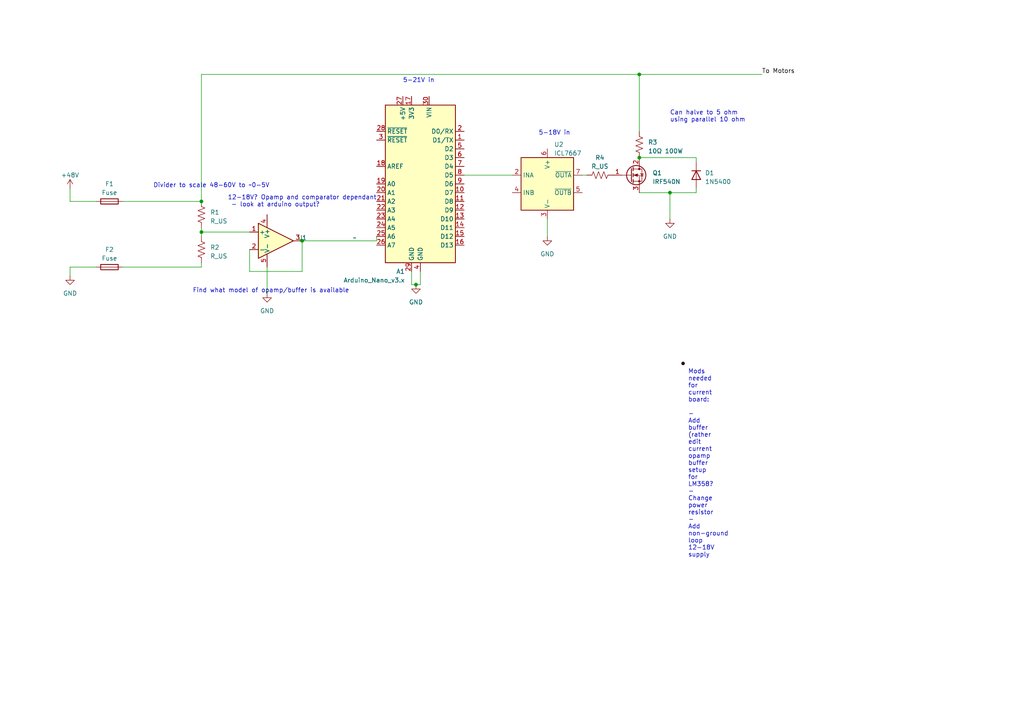
<source format=kicad_sch>
(kicad_sch (version 20230121) (generator eeschema)
  (paper "A4")
  (lib_symbols
    (symbol "Device:Fuse" (pin_numbers hide) (pin_names (offset 0))
      (property "Reference" "F" (at 2.032 0 90))
      (property "Value" "Fuse" (at -1.905 0 90))
      (symbol "Fuse_0_1"
        (rectangle (start -0.762 -2.54) (end 0.762 2.54) (stroke (width 0.254)))
        (polyline (pts (xy 0 2.54) (xy 0 -2.54)))
      )
      (symbol "Fuse_1_1"
        (pin passive line (at 0 3.81 270) (length 1.27) (name "~") (number "1"))
        (pin passive line (at 0 -3.81 90) (length 1.27) (name "~") (number "2"))
      )
    )
    (symbol "Device:R_US" (pin_numbers hide) (pin_names (offset 0))
      (property "Reference" "R" (at 2.54 0 90))
      (property "Value" "R_US" (at -2.54 0 90))
      (symbol "R_US_0_1"
        (polyline (pts (xy 0 -2.286) (xy 0 -2.54)))
        (polyline (pts (xy 0 2.286) (xy 0 2.54)))
        (polyline (pts (xy 0 -0.762) (xy 1.016 -1.143) (xy 0 -1.524) (xy -1.016 -1.905) (xy 0 -2.286)))
        (polyline (pts (xy 0 0.762) (xy 1.016 0.381) (xy 0 0) (xy -1.016 -0.381) (xy 0 -0.762)))
        (polyline (pts (xy 0 2.286) (xy 1.016 1.905) (xy 0 1.524) (xy -1.016 1.143) (xy 0 0.762)))
      )
      (symbol "R_US_1_1"
        (pin passive line (at 0 3.81 270) (length 1.27) (name "~") (number "1"))
        (pin passive line (at 0 -3.81 90) (length 1.27) (name "~") (number "2"))
      )
    )
    (symbol "Diode:1N5400" (pin_numbers hide) (pin_names hide)
      (property "Reference" "D" (at 0 2.54 0))
      (property "Value" "1N5400" (at 0 -2.54 0))
      (symbol "1N5400_0_1"
        (polyline (pts (xy -1.27 1.27) (xy -1.27 -1.27)) (stroke (width 0.254)))
        (polyline (pts (xy 1.27 0) (xy -1.27 0)))
        (polyline (pts (xy 1.27 1.27) (xy 1.27 -1.27) (xy -1.27 0) (xy 1.27 1.27)) (stroke (width 0.254)))
      )
      (symbol "1N5400_1_1"
        (pin passive line (at -3.81 0 0) (length 2.54) (name "K") (number "1"))
        (pin passive line (at 3.81 0 180) (length 2.54) (name "A") (number "2"))
      )
    )
    (symbol "Driver_FET:ICL7667"
      (property "Reference" "U" (at -7.62 8.89 0))
      (property "Value" "ICL7667" (at 1.27 8.89 0))
      (symbol "ICL7667_0_1"
        (rectangle (start -7.62 -7.62) (end 7.62 7.62) (stroke (width 0.254)) (fill (type background)))
      )
      (symbol "ICL7667_1_1"
        (pin no_connect line (at -7.62 0 0) (length 2.54) hide (name "NC") (number "1"))
        (pin input line (at -10.16 2.54 0) (length 2.54) (name "INA") (number "2"))
        (pin power_in line (at 0 -10.16 90) (length 2.54) (name "V-") (number "3"))
        (pin input line (at -10.16 -2.54 0) (length 2.54) (name "INB") (number "4"))
        (pin output line (at 10.16 -2.54 180) (length 2.54) (name "~{OUTB}") (number "5"))
        (pin power_in line (at 0 10.16 270) (length 2.54) (name "V+") (number "6"))
        (pin output line (at 10.16 2.54 180) (length 2.54) (name "~{OUTA}") (number "7"))
        (pin no_connect line (at 7.62 0 180) (length 2.54) hide (name "NC") (number "8"))
      )
    )
    (symbol "MCU_Module:Arduino_Nano_v3.x"
      (property "Reference" "A" (at -10.16 23.495 0))
      (property "Value" "Arduino_Nano_v3.x" (at 5.08 -24.13 0))
      (symbol "Arduino_Nano_v3.x_0_1"
        (rectangle (start -10.16 22.86) (end 10.16 -22.86) (stroke (width 0.254)) (fill (type background)))
      )
      (symbol "Arduino_Nano_v3.x_1_1"
        (pin bidirectional line (at -12.7 12.7 0) (length 2.54) (name "D1/TX") (number "1"))
        (pin bidirectional line (at -12.7 -2.54 0) (length 2.54) (name "D7") (number "10"))
        (pin bidirectional line (at -12.7 -5.08 0) (length 2.54) (name "D8") (number "11"))
        (pin bidirectional line (at -12.7 -7.62 0) (length 2.54) (name "D9") (number "12"))
        (pin bidirectional line (at -12.7 -10.16 0) (length 2.54) (name "D10") (number "13"))
        (pin bidirectional line (at -12.7 -12.7 0) (length 2.54) (name "D11") (number "14"))
        (pin bidirectional line (at -12.7 -15.24 0) (length 2.54) (name "D12") (number "15"))
        (pin bidirectional line (at -12.7 -17.78 0) (length 2.54) (name "D13") (number "16"))
        (pin power_out line (at 2.54 25.4 270) (length 2.54) (name "3V3") (number "17"))
        (pin input line (at 12.7 5.08 180) (length 2.54) (name "AREF") (number "18"))
        (pin bidirectional line (at 12.7 0 180) (length 2.54) (name "A0") (number "19"))
        (pin bidirectional line (at -12.7 15.24 0) (length 2.54) (name "D0/RX") (number "2"))
        (pin bidirectional line (at 12.7 -2.54 180) (length 2.54) (name "A1") (number "20"))
        (pin bidirectional line (at 12.7 -5.08 180) (length 2.54) (name "A2") (number "21"))
        (pin bidirectional line (at 12.7 -7.62 180) (length 2.54) (name "A3") (number "22"))
        (pin bidirectional line (at 12.7 -10.16 180) (length 2.54) (name "A4") (number "23"))
        (pin bidirectional line (at 12.7 -12.7 180) (length 2.54) (name "A5") (number "24"))
        (pin bidirectional line (at 12.7 -15.24 180) (length 2.54) (name "A6") (number "25"))
        (pin bidirectional line (at 12.7 -17.78 180) (length 2.54) (name "A7") (number "26"))
        (pin power_out line (at 5.08 25.4 270) (length 2.54) (name "+5V") (number "27"))
        (pin input line (at 12.7 15.24 180) (length 2.54) (name "~{RESET}") (number "28"))
        (pin power_in line (at 2.54 -25.4 90) (length 2.54) (name "GND") (number "29"))
        (pin input line (at 12.7 12.7 180) (length 2.54) (name "~{RESET}") (number "3"))
        (pin power_in line (at -2.54 25.4 270) (length 2.54) (name "VIN") (number "30"))
        (pin power_in line (at 0 -25.4 90) (length 2.54) (name "GND") (number "4"))
        (pin bidirectional line (at -12.7 10.16 0) (length 2.54) (name "D2") (number "5"))
        (pin bidirectional line (at -12.7 7.62 0) (length 2.54) (name "D3") (number "6"))
        (pin bidirectional line (at -12.7 5.08 0) (length 2.54) (name "D4") (number "7"))
        (pin bidirectional line (at -12.7 2.54 0) (length 2.54) (name "D5") (number "8"))
        (pin bidirectional line (at -12.7 0 0) (length 2.54) (name "D6") (number "9"))
      )
    )
    (symbol "Simulation_SPICE:OPAMP" (pin_names (offset 0.254))
      (property "Reference" "U" (at 3.81 3.175 0))
      (property "Value" "${SIM.PARAMS}" (at 3.81 -3.175 0))
      (symbol "OPAMP_0_1"
        (polyline (pts (xy 5.08 0) (xy -5.08 5.08) (xy -5.08 -5.08) (xy 5.08 0)) (stroke (width 0.254)) (fill (type background)))
      )
      (symbol "OPAMP_1_1"
        (pin input line (at -7.62 2.54 0) (length 2.54) (name "+") (number "1"))
        (pin input line (at -7.62 -2.54 0) (length 2.54) (name "-") (number "2"))
        (pin output line (at 7.62 0 180) (length 2.54) (name "~") (number "3"))
        (pin power_in line (at -2.54 7.62 270) (length 3.81) (name "V+") (number "4"))
        (pin power_in line (at -2.54 -7.62 90) (length 3.81) (name "V-") (number "5"))
      )
    )
    (symbol "Transistor_FET:IRF540N" (pin_names hide)
      (property "Reference" "Q" (at 6.35 1.905 0))
      (property "Value" "IRF540N" (at 6.35 0 0))
      (symbol "IRF540N_0_1"
        (polyline (pts (xy 0.254 0) (xy -2.54 0)))
        (polyline (pts (xy 0.254 1.905) (xy 0.254 -1.905)) (stroke (width 0.254)))
        (polyline (pts (xy 0.762 -1.27) (xy 0.762 -2.286)) (stroke (width 0.254)))
        (polyline (pts (xy 0.762 0.508) (xy 0.762 -0.508)) (stroke (width 0.254)))
        (polyline (pts (xy 0.762 2.286) (xy 0.762 1.27)) (stroke (width 0.254)))
        (polyline (pts (xy 2.54 2.54) (xy 2.54 1.778)))
        (polyline (pts (xy 2.54 -2.54) (xy 2.54 0) (xy 0.762 0)))
        (polyline (pts (xy 0.762 -1.778) (xy 3.302 -1.778) (xy 3.302 1.778) (xy 0.762 1.778)))
        (polyline (pts (xy 1.016 0) (xy 2.032 0.381) (xy 2.032 -0.381) (xy 1.016 0)) (fill (type outline)))
        (polyline (pts (xy 2.794 0.508) (xy 2.921 0.381) (xy 3.683 0.381) (xy 3.81 0.254)))
        (polyline (pts (xy 3.302 0.381) (xy 2.921 -0.254) (xy 3.683 -0.254) (xy 3.302 0.381)))
        (circle (center 1.651 0) (radius 2.794) (stroke (width 0.254)))
        (circle (center 2.54 -1.778) (radius 0.254) (fill (type outline)))
        (circle (center 2.54 1.778) (radius 0.254) (fill (type outline)))
      )
      (symbol "IRF540N_1_1"
        (pin input line (at -5.08 0 0) (length 2.54) (name "G") (number "1"))
        (pin passive line (at 2.54 5.08 270) (length 2.54) (name "D") (number "2"))
        (pin passive line (at 2.54 -5.08 90) (length 2.54) (name "S") (number "3"))
      )
    )
    (symbol "power:+48V" (power) (pin_names (offset 0))
      (property "Value" "+48V" (at 0 3.556 0))
      (symbol "+48V_0_1"
        (polyline (pts (xy -0.762 1.27) (xy 0 2.54)))
        (polyline (pts (xy 0 0) (xy 0 2.54)))
        (polyline (pts (xy 0 2.54) (xy 0.762 1.27)))
      )
      (symbol "+48V_1_1"
        (pin power_in line (at 0 0 90) (length 0) hide (name "+48V") (number "1"))
      )
    )
    (symbol "power:GND" (power) (pin_names (offset 0))
      (property "Value" "GND" (at 0 -3.81 0))
      (symbol "GND_0_1"
        (polyline (pts (xy 0 0) (xy 0 -1.27) (xy 1.27 -1.27) (xy 0 -2.54) (xy -1.27 -1.27) (xy 0 -1.27)))
      )
      (symbol "GND_1_1"
        (pin power_in line (at 0 0 270) (length 0) hide (name "GND") (number "1"))
      )
    )
  )
  (junction (at 194.31 55.88))
  (junction (at 185.42 45.72))
  (junction (at 58.42 67.31))
  (junction (at 87.63 69.85))
  (junction (at 120.65 82.55))
  (junction (at 58.42 58.42))
  (junction (at 185.42 21.59))
  (wire (pts (xy 20.32 80.01) (xy 20.32 77.47)))
  (wire (pts (xy 35.56 58.42) (xy 58.42 58.42)))
  (wire (pts (xy 185.42 21.59) (xy 220.98 21.59)))
  (wire (pts (xy 119.38 82.55) (xy 120.65 82.55)))
  (wire (pts (xy 109.22 69.85) (xy 109.22 68.58)))
  (wire (pts (xy 168.91 50.8) (xy 170.18 50.8)))
  (wire (pts (xy 121.92 82.55) (xy 120.65 82.55)))
  (wire (pts (xy 77.47 85.09) (xy 77.47 77.47)))
  (wire (pts (xy 58.42 66.04) (xy 58.42 67.31)))
  (wire (pts (xy 194.31 55.88) (xy 201.93 55.88)))
  (wire (pts (xy 121.92 78.74) (xy 121.92 82.55)))
  (wire (pts (xy 20.32 77.47) (xy 27.94 77.47)))
  (wire (pts (xy 185.42 21.59) (xy 185.42 38.1)))
  (wire (pts (xy 20.32 58.42) (xy 27.94 58.42)))
  (wire (pts (xy 72.39 78.74) (xy 87.63 78.74)))
  (wire (pts (xy 201.93 55.88) (xy 201.93 54.61)))
  (wire (pts (xy 87.63 69.85) (xy 109.22 69.85)))
  (wire (pts (xy 58.42 77.47) (xy 58.42 76.2)))
  (wire (pts (xy 158.75 63.5) (xy 158.75 68.58)))
  (wire (pts (xy 72.39 72.39) (xy 72.39 78.74)))
  (wire (pts (xy 35.56 77.47) (xy 58.42 77.47)))
  (wire (pts (xy 119.38 78.74) (xy 119.38 82.55)))
  (wire (pts (xy 185.42 55.88) (xy 194.31 55.88)))
  (wire (pts (xy 20.32 54.61) (xy 20.32 58.42)))
  (wire (pts (xy 58.42 21.59) (xy 185.42 21.59)))
  (wire (pts (xy 58.42 67.31) (xy 72.39 67.31)))
  (wire (pts (xy 87.63 69.85) (xy 87.63 78.74)))
  (wire (pts (xy 194.31 55.88) (xy 194.31 63.5)))
  (wire (pts (xy 134.62 50.8) (xy 148.59 50.8)))
  (wire (pts (xy 58.42 58.42) (xy 58.42 21.59)))
  (wire (pts (xy 185.42 45.72) (xy 201.93 45.72)))
  (wire (pts (xy 201.93 45.72) (xy 201.93 46.99)))
  (wire (pts (xy 58.42 67.31) (xy 58.42 68.58)))
  (text_box "Mods needed for current board: 							\n- Add buffer (rather edit current opamp buffer setup for LM358? \n- Change power resistor \n- Add non-ground loop 12-18V supply" (at 198.12 105.41 0) (size 0 0) (stroke (width 1) (color 36 0 0 1)) (effects (font (size 1.27 1.27)) (justify left top)))
  (text "Divider to scale 48-60V to ~0-5V" (at 44.45 54.61 0) (effects (font (size 1.27 1.27)) (justify left bottom)))
  (text "12-18V? Opamp and comparator dependant\n - look at arduino output?\n\n" (at 66.04 62.23 0) (effects (font (size 1.27 1.27)) (justify left bottom)))
  (text "5-18V in\n" (at 156.21 39.37 0) (effects (font (size 1.27 1.27)) (justify left bottom)))
  (text "5-21V in\n" (at 116.84 24.13 0) (effects (font (size 1.27 1.27)) (justify left bottom)))
  (text "Find what model of opamp/buffer is available\n" (at 55.88 85.09 0) (effects (font (size 1.27 1.27)) (justify left bottom)))
  (text "Can halve to 5 ohm \nusing parallel 10 ohm\n" (at 194.31 35.56 0) (effects (font (size 1.27 1.27)) (justify left bottom)))
  (label "To Motors" (at 220.98 21.59 0))
  (symbol (lib_id "power:GND") (at 158.75 68.58 0) (unit 1)
    (property "Reference" "#PWR05" (effects hide))
    (property "Value" "GND" (at 158.75 73.66 0))
  )
  (symbol (lib_id "power:GND") (at 120.65 82.55 0) (mirror y) (unit 1)
    (property "Reference" "#PWR04" (effects hide))
    (property "Value" "GND" (at 120.65 87.63 0))
  )
  (symbol (lib_id "Device:Fuse") (at 31.75 77.47 90) (unit 1)
    (property "Reference" "F2" (at 31.75 72.39 90))
    (property "Value" "Fuse" (at 31.75 74.93 90))
  )
  (symbol (lib_id "Driver_FET:ICL7667") (at 158.75 53.34 0) (unit 1)
    (property "Reference" "U2" (at 160.7059 41.91 0) (effects (justify left)))
    (property "Value" "ICL7667" (at 160.7059 44.45 0) (effects (justify left)))
    (property "Datasheet" "http://www.intersil.com/content/dam/Intersil/documents/icl7/icl7667.pdf" (effects hide))
  )
  (symbol (lib_id "Device:R_US") (at 173.99 50.8 90) (unit 1)
    (property "Reference" "R4" (at 173.99 45.72 90))
    (property "Value" "R_US" (at 173.99 48.26 90))
  )
  (symbol (lib_id "power:GND") (at 194.31 63.5 0) (unit 1)
    (property "Reference" "#PWR06" (effects hide))
    (property "Value" "GND" (at 194.31 68.58 0))
  )
  (symbol (lib_id "Device:R_US") (at 58.42 62.23 0) (unit 1)
    (property "Reference" "R1" (at 60.96 61.595 0) (effects (justify left)))
    (property "Value" "R_US" (at 60.96 64.135 0) (effects (justify left)))
  )
  (symbol (lib_id "Device:R_US") (at 58.42 72.39 0) (unit 1)
    (property "Reference" "R2" (at 60.96 71.755 0) (effects (justify left)))
    (property "Value" "R_US" (at 60.96 74.295 0) (effects (justify left)))
  )
  (symbol (lib_id "power:GND") (at 20.32 80.01 0) (unit 1)
    (property "Reference" "#PWR02" (effects hide))
    (property "Value" "GND" (at 20.32 85.09 0))
  )
  (symbol (lib_id "MCU_Module:Arduino_Nano_v3.x") (at 121.92 53.34 0) (mirror y) (unit 1)
    (property "Reference" "A1" (at 117.4241 78.74 0) (effects (justify left)))
    (property "Value" "Arduino_Nano_v3.x" (at 117.4241 81.28 0) (effects (justify left)))
    (property "Footprint" "Module:Arduino_Nano" (effects hide))
    (property "Datasheet" "http://www.mouser.com/pdfdocs/Gravitech_Arduino_Nano3_0.pdf" (effects hide))
  )
  (symbol (lib_id "Simulation_SPICE:OPAMP") (at 80.01 69.85 0) (unit 1)
    (property "Reference" "U1" (at 87.63 68.9611 0))
    (property "Value" "~" (at 102.87 68.9611 0))
    (property "Sim.Pins" "1=1 2=2 3=3 4=4 5=5" (effects hide))
    (property "Sim.Device" "SPICE" (effects hide))
    (property "Sim.Params" "type=\"X\" model=\"OPAMP\" lib=\"\"" (effects hide))
  )
  (symbol (lib_id "Diode:1N5400") (at 201.93 50.8 270) (unit 1)
    (property "Reference" "D1" (at 204.47 50.165 90) (effects (justify left)))
    (property "Value" "1N5400" (at 204.47 52.705 90) (effects (justify left)))
    (property "Footprint" "Diode_THT:D_DO-201AD_P15.24mm_Horizontal" (effects hide))
    (property "Datasheet" "http://www.vishay.com/docs/88516/1n5400.pdf" (effects hide))
    (property "Sim.Device" "D" (effects hide))
    (property "Sim.Pins" "1=K 2=A" (effects hide))
  )
  (symbol (lib_id "Device:R_US") (at 185.42 41.91 0) (unit 1)
    (property "Reference" "R3" (at 187.96 41.275 0) (effects (justify left)))
    (property "Value" "10Ω 100W" (at 187.96 43.815 0) (effects (justify left)))
  )
  (symbol (lib_id "power:GND") (at 77.47 85.09 0) (unit 1)
    (property "Reference" "#PWR03" (effects hide))
    (property "Value" "GND" (at 77.47 90.17 0))
  )
  (symbol (lib_id "power:+48V") (at 20.32 54.61 0) (unit 1)
    (property "Reference" "#PWR01" (effects hide))
    (property "Value" "+48V" (at 20.32 50.8 0))
  )
  (symbol (lib_id "Transistor_FET:IRF540N") (at 182.88 50.8 0) (unit 1)
    (property "Reference" "Q1" (at 189.23 50.165 0) (effects (justify left)))
    (property "Value" "IRF540N" (at 189.23 52.705 0) (effects (justify left)))
    (property "Footprint" "Package_TO_SOT_THT:TO-220-3_Vertical" (effects hide))
    (property "Datasheet" "http://www.irf.com/product-info/datasheets/data/irf540n.pdf" (effects hide))
  )
  (symbol (lib_id "Device:Fuse") (at 31.75 58.42 90) (unit 1)
    (property "Reference" "F1" (at 31.75 53.34 90))
    (property "Value" "Fuse" (at 31.75 55.88 90))
  )
)
</source>
